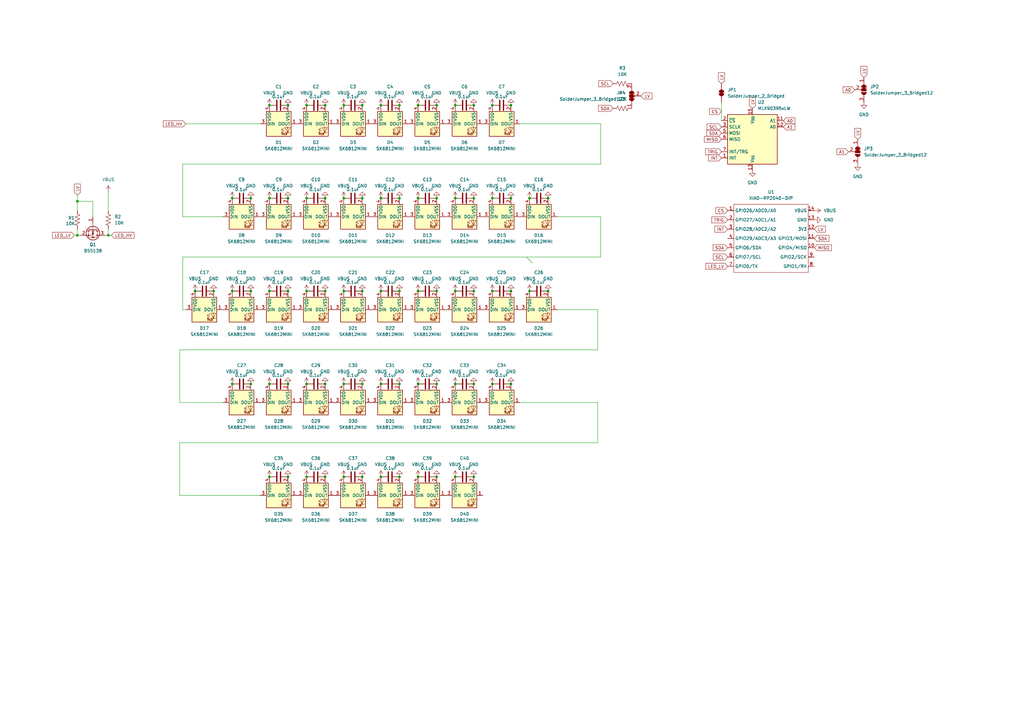
<source format=kicad_sch>
(kicad_sch (version 20250114) (generator "eeschema") (generator_version "9.0")
  (paper "A3")
  (junction (at 224.79 119.38))
  (junction (at 201.93 119.38))
  (junction (at 186.69 195.58))
  (junction (at 179.07 157.48))
  (junction (at 31.75 96.52))
  (junction (at 163.83 43.18))
  (junction (at 194.31 81.28))
  (junction (at 156.21 195.58))
  (junction (at 125.73 195.58))
  (junction (at 148.59 43.18))
  (junction (at 125.73 119.38))
  (junction (at 110.49 195.58))
  (junction (at 186.69 43.18))
  (junction (at 95.25 119.38))
  (junction (at 148.59 119.38))
  (junction (at 201.93 157.48))
  (junction (at 171.45 119.38))
  (junction (at 125.73 43.18))
  (junction (at 140.97 157.48))
  (junction (at 80.01 119.38))
  (junction (at 95.25 81.28))
  (junction (at 194.31 43.18))
  (junction (at 140.97 43.18))
  (junction (at 31.75 82.55))
  (junction (at 118.11 81.28))
  (junction (at 102.87 119.38))
  (junction (at 125.73 81.28))
  (junction (at 118.11 43.18))
  (junction (at 171.45 43.18))
  (junction (at 179.07 195.58))
  (junction (at 102.87 157.48))
  (junction (at 156.21 81.28))
  (junction (at 217.17 81.28))
  (junction (at 224.79 81.28))
  (junction (at 110.49 43.18))
  (junction (at 201.93 81.28))
  (junction (at 110.49 157.48))
  (junction (at 133.35 195.58))
  (junction (at 186.69 157.48))
  (junction (at 156.21 43.18))
  (junction (at 156.21 119.38))
  (junction (at 44.45 96.52))
  (junction (at 194.31 157.48))
  (junction (at 209.55 119.38))
  (junction (at 194.31 119.38))
  (junction (at 179.07 81.28))
  (junction (at 148.59 81.28))
  (junction (at 102.87 81.28))
  (junction (at 217.17 119.38))
  (junction (at 171.45 81.28))
  (junction (at 209.55 81.28))
  (junction (at 171.45 157.48))
  (junction (at 118.11 119.38))
  (junction (at 148.59 195.58))
  (junction (at 156.21 157.48))
  (junction (at 133.35 43.18))
  (junction (at 194.31 195.58))
  (junction (at 163.83 195.58))
  (junction (at 118.11 157.48))
  (junction (at 186.69 81.28))
  (junction (at 110.49 119.38))
  (junction (at 118.11 195.58))
  (junction (at 209.55 157.48))
  (junction (at 133.35 119.38))
  (junction (at 125.73 157.48))
  (junction (at 140.97 81.28))
  (junction (at 140.97 119.38))
  (junction (at 110.49 81.28))
  (junction (at 148.59 157.48))
  (junction (at 163.83 157.48))
  (junction (at 87.63 119.38))
  (junction (at 186.69 119.38))
  (junction (at 133.35 157.48))
  (junction (at 140.97 195.58))
  (junction (at 95.25 157.48))
  (junction (at 133.35 81.28))
  (junction (at 163.83 81.28))
  (junction (at 201.93 43.18))
  (junction (at 179.07 43.18))
  (junction (at 163.83 119.38))
  (junction (at 179.07 119.38))
  (junction (at 209.55 43.18))
  (junction (at 171.45 195.58))
  (bus_entry (at 215.9 105.41) (size 2.54 2.54))
  (wire (pts (xy 31.75 80.01) (xy 31.75 82.55)))
  (wire (pts (xy 245.11 143.51) (xy 73.66 143.51)))
  (wire (pts (xy 246.38 105.41) (xy 215.9 105.41)))
  (wire (pts (xy 245.11 165.1) (xy 245.11 181.61)))
  (wire (pts (xy 74.93 67.31) (xy 74.93 88.9)))
  (wire (pts (xy 73.66 165.1) (xy 91.44 165.1)))
  (wire (pts (xy 76.2 50.8) (xy 106.68 50.8)))
  (wire (pts (xy 295.91 41.91) (xy 295.91 49.53)))
  (wire (pts (xy 44.45 78.74) (xy 44.45 86.36)))
  (wire (pts (xy 44.45 93.98) (xy 44.45 96.52)))
  (wire (pts (xy 245.11 127) (xy 245.11 143.51)))
  (wire (pts (xy 74.93 105.41) (xy 74.93 127)))
  (wire (pts (xy 246.38 50.8) (xy 213.36 50.8)))
  (wire (pts (xy 45.72 96.52) (xy 44.45 96.52)))
  (wire (pts (xy 30.48 96.52) (xy 31.75 96.52)))
  (wire (pts (xy 38.1 82.55) (xy 31.75 82.55)))
  (wire (pts (xy 245.11 181.61) (xy 73.66 181.61)))
  (wire (pts (xy 73.66 143.51) (xy 73.66 165.1)))
  (wire (pts (xy 74.93 88.9) (xy 91.44 88.9)))
  (wire (pts (xy 74.93 127) (xy 76.2 127)))
  (wire (pts (xy 31.75 96.52) (xy 33.02 96.52)))
  (wire (pts (xy 31.75 93.98) (xy 31.75 96.52)))
  (wire (pts (xy 246.38 88.9) (xy 246.38 105.41)))
  (wire (pts (xy 38.1 88.9) (xy 38.1 82.55)))
  (wire (pts (xy 246.38 50.8) (xy 246.38 67.31)))
  (wire (pts (xy 73.66 181.61) (xy 73.66 203.2)))
  (wire (pts (xy 73.66 203.2) (xy 106.68 203.2)))
  (wire (pts (xy 31.75 82.55) (xy 31.75 86.36)))
  (wire (pts (xy 228.6 127) (xy 245.11 127)))
  (wire (pts (xy 44.45 96.52) (xy 43.18 96.52)))
  (wire (pts (xy 228.6 88.9) (xy 246.38 88.9)))
  (wire (pts (xy 215.9 105.41) (xy 74.93 105.41)))
  (wire (pts (xy 246.38 67.31) (xy 74.93 67.31)))
  (wire (pts (xy 213.36 165.1) (xy 245.11 165.1)))
  (global_label "SDA" (shape input) (at 251.46 44.45 180) (property "Intersheetrefs" "${INTERSHEET_REFS}" (effects (hide yes))))
  (global_label "SCL" (shape input) (at 298.45 105.41 180) (property "Intersheetrefs" "${INTERSHEET_REFS}" (effects (hide yes))))
  (global_label "SDA" (shape input) (at 298.45 101.6 180) (property "Intersheetrefs" "${INTERSHEET_REFS}" (effects (hide yes))))
  (global_label "A1" (shape input) (at 347.98 62.23 180) (property "Intersheetrefs" "${INTERSHEET_REFS}" (effects (hide yes))))
  (global_label "LV" (shape input) (at 351.79 57.15 90) (property "Intersheetrefs" "${INTERSHEET_REFS}" (effects (hide yes))))
  (global_label "INT" (shape input) (at 295.91 64.77 180) (property "Intersheetrefs" "${INTERSHEET_REFS}" (effects (hide yes))))
  (global_label "LED_HV" (shape input) (at 76.2 50.8 180) (property "Intersheetrefs" "${INTERSHEET_REFS}" (effects (hide yes))))
  (global_label "SDA" (shape input) (at 334.01 97.79 0) (property "Intersheetrefs" "${INTERSHEET_REFS}" (effects (hide yes))))
  (global_label "CS" (shape input) (at 295.91 45.72 180) (property "Intersheetrefs" "${INTERSHEET_REFS}" (effects (hide yes))))
  (global_label "LED_HV" (shape input) (at 45.72 96.52 0) (property "Intersheetrefs" "${INTERSHEET_REFS}" (effects (hide yes))))
  (global_label "CS" (shape input) (at 298.45 86.36 180) (property "Intersheetrefs" "${INTERSHEET_REFS}" (effects (hide yes))))
  (global_label "LV" (shape input) (at 262.89 39.37 0) (property "Intersheetrefs" "${INTERSHEET_REFS}" (effects (hide yes))))
  (global_label "LV" (shape input) (at 354.33 31.75 90) (property "Intersheetrefs" "${INTERSHEET_REFS}" (effects (hide yes))))
  (global_label "MISO" (shape input) (at 295.91 57.15 180) (property "Intersheetrefs" "${INTERSHEET_REFS}" (effects (hide yes))))
  (global_label "SCL" (shape input) (at 295.91 52.07 180) (property "Intersheetrefs" "${INTERSHEET_REFS}" (effects (hide yes))))
  (global_label "LED_LV" (shape input) (at 298.45 109.22 180) (property "Intersheetrefs" "${INTERSHEET_REFS}" (effects (hide yes))))
  (global_label "LV" (shape input) (at 334.01 93.98 0) (property "Intersheetrefs" "${INTERSHEET_REFS}" (effects (hide yes))))
  (global_label "TRIG" (shape input) (at 295.91 62.23 180) (property "Intersheetrefs" "${INTERSHEET_REFS}" (effects (hide yes))))
  (global_label "A1" (shape input) (at 321.31 52.07 0) (property "Intersheetrefs" "${INTERSHEET_REFS}" (effects (hide yes))))
  (global_label "A0" (shape input) (at 350.52 36.83 180) (property "Intersheetrefs" "${INTERSHEET_REFS}" (effects (hide yes))))
  (global_label "SCL" (shape input) (at 251.46 34.29 180) (property "Intersheetrefs" "${INTERSHEET_REFS}" (effects (hide yes))))
  (global_label "LED_LV" (shape input) (at 30.48 96.52 180) (property "Intersheetrefs" "${INTERSHEET_REFS}" (effects (hide yes))))
  (global_label "INT" (shape input) (at 298.45 93.98 180) (property "Intersheetrefs" "${INTERSHEET_REFS}" (effects (hide yes))))
  (global_label "LV" (shape input) (at 295.91 34.29 90) (property "Intersheetrefs" "${INTERSHEET_REFS}" (effects (hide yes))))
  (global_label "LV" (shape input) (at 31.75 80.01 90) (property "Intersheetrefs" "${INTERSHEET_REFS}" (effects (hide yes))))
  (global_label "TRIG" (shape input) (at 298.45 90.17 180) (property "Intersheetrefs" "${INTERSHEET_REFS}" (effects (hide yes))))
  (global_label "MISO" (shape input) (at 334.01 101.6 0) (property "Intersheetrefs" "${INTERSHEET_REFS}" (effects (hide yes))))
  (global_label "LV" (shape input) (at 308.61 44.45 90) (property "Intersheetrefs" "${INTERSHEET_REFS}" (effects (hide yes))))
  (global_label "SDA" (shape input) (at 295.91 54.61 180) (property "Intersheetrefs" "${INTERSHEET_REFS}" (effects (hide yes))))
  (global_label "A0" (shape input) (at 321.31 49.53 0) (property "Intersheetrefs" "${INTERSHEET_REFS}" (effects (hide yes))))
  (symbol (lib_id "power:VBUS") (at 95.25 157.48 0) (unit 1)
    (property "Reference" "#PWR061" (effects (hide yes)))
    (property "Value" "VBUS" (at 95.25 152.4 0))
    (property "Description" "Power symbol creates a global label with name \"VBUS\"" (effects (hide yes)))
  )
  (symbol (lib_id "LED:SK6812MINI") (at 160.02 165.1 0) (unit 1)
    (property "Reference" "D31" (at 160.02 172.72 0))
    (property "Value" "SK6812MINI" (at 160.02 175.26 0))
    (property "Footprint" "footprints:SK6812MINI-E" (effects (hide yes)))
    (property "Datasheet" "https://cdn-shop.adafruit.com/product-files/2686/SK6812MINI_REV.01-1-2.pdf" (effects (hide yes)))
    (property "Description" "RGB LED with integrated controller" (effects (hide yes)))
  )
  (symbol (lib_id "Device:C") (at 175.26 157.48 90) (unit 1)
    (property "Reference" "C32" (at 175.26 149.86 90))
    (property "Value" "0.1uF" (at 175.26 153.924 90))
    (property "Footprint" "Capacitor_SMD:C_0805_2012Metric_Pad1.18x1.45mm_HandSolder" (effects (hide yes)))
    (property "Description" "Unpolarized capacitor" (effects (hide yes)))
  )
  (symbol (lib_id "power:VBUS") (at 110.49 43.18 0) (unit 1)
    (property "Reference" "#PWR01" (effects (hide yes)))
    (property "Value" "VBUS" (at 110.49 38.1 0))
    (property "Description" "Power symbol creates a global label with name \"VBUS\"" (effects (hide yes)))
  )
  (symbol (lib_id "power:VBUS") (at 217.17 81.28 0) (unit 1)
    (property "Reference" "#PWR032" (effects (hide yes)))
    (property "Value" "VBUS" (at 217.17 76.2 0))
    (property "Description" "Power symbol creates a global label with name \"VBUS\"" (effects (hide yes)))
  )
  (symbol (lib_id "LED:SK6812MINI") (at 175.26 165.1 0) (unit 1)
    (property "Reference" "D32" (at 175.26 172.72 0))
    (property "Value" "SK6812MINI" (at 175.26 175.26 0))
    (property "Footprint" "footprints:SK6812MINI-E" (effects (hide yes)))
    (property "Datasheet" "https://cdn-shop.adafruit.com/product-files/2686/SK6812MINI_REV.01-1-2.pdf" (effects (hide yes)))
    (property "Description" "RGB LED with integrated controller" (effects (hide yes)))
  )
  (symbol (lib_id "power:GND") (at 133.35 81.28 180) (unit 1)
    (property "Reference" "#PWR021" (effects (hide yes)))
    (property "Value" "GND" (at 133.35 76.2 0))
    (property "Description" "Power symbol creates a global label with name \"GND\" , ground" (effects (hide yes)))
  )
  (symbol (lib_id "power:VBUS") (at 125.73 195.58 0) (unit 1)
    (property "Reference" "#PWR081" (effects (hide yes)))
    (property "Value" "VBUS" (at 125.73 190.5 0))
    (property "Description" "Power symbol creates a global label with name \"VBUS\"" (effects (hide yes)))
  )
  (symbol (lib_id "power:VBUS") (at 201.93 157.48 0) (unit 1)
    (property "Reference" "#PWR075" (effects (hide yes)))
    (property "Value" "VBUS" (at 201.93 152.4 0))
    (property "Description" "Power symbol creates a global label with name \"VBUS\"" (effects (hide yes)))
  )
  (symbol (lib_id "Device:R_US") (at 255.27 34.29 90) (unit 1)
    (property "Reference" "R3" (at 255.27 27.94 90))
    (property "Value" "10K" (at 255.27 30.48 90))
    (property "Footprint" "Resistor_SMD:R_0603_1608Metric_Pad0.98x0.95mm_HandSolder" (effects (hide yes)))
    (property "Description" "Resistor, US symbol" (effects (hide yes)))
  )
  (symbol (lib_id "Device:C") (at 220.98 81.28 90) (unit 1)
    (property "Reference" "C16" (at 220.98 73.66 90))
    (property "Value" "0.1uF" (at 220.98 77.724 90))
    (property "Footprint" "Capacitor_SMD:C_0805_2012Metric_Pad1.18x1.45mm_HandSolder" (effects (hide yes)))
    (property "Description" "Unpolarized capacitor" (effects (hide yes)))
  )
  (symbol (lib_id "Device:C") (at 114.3 157.48 90) (unit 1)
    (property "Reference" "C28" (at 114.3 149.86 90))
    (property "Value" "0.1uF" (at 114.3 153.924 90))
    (property "Footprint" "Capacitor_SMD:C_0805_2012Metric_Pad1.18x1.45mm_HandSolder" (effects (hide yes)))
    (property "Description" "Unpolarized capacitor" (effects (hide yes)))
  )
  (symbol (lib_id "LED:SK6812MINI") (at 160.02 50.8 0) (unit 1)
    (property "Reference" "D4" (at 160.02 58.42 0))
    (property "Value" "SK6812MINI" (at 160.02 60.96 0))
    (property "Footprint" "footprints:SK6812MINI-E" (effects (hide yes)))
    (property "Datasheet" "https://cdn-shop.adafruit.com/product-files/2686/SK6812MINI_REV.01-1-2.pdf" (effects (hide yes)))
    (property "Description" "RGB LED with integrated controller" (effects (hide yes)))
  )
  (symbol (lib_id "Device:C") (at 175.26 195.58 90) (unit 1)
    (property "Reference" "C39" (at 175.26 187.96 90))
    (property "Value" "0.1uF" (at 175.26 192.024 90))
    (property "Footprint" "Capacitor_SMD:C_0805_2012Metric_Pad1.18x1.45mm_HandSolder" (effects (hide yes)))
    (property "Description" "Unpolarized capacitor" (effects (hide yes)))
  )
  (symbol (lib_id "power:VBUS") (at 171.45 195.58 0) (unit 1)
    (property "Reference" "#PWR087" (effects (hide yes)))
    (property "Value" "VBUS" (at 171.45 190.5 0))
    (property "Description" "Power symbol creates a global label with name \"VBUS\"" (effects (hide yes)))
  )
  (symbol (lib_id "power:GND") (at 209.55 43.18 180) (unit 1)
    (property "Reference" "#PWR014" (effects (hide yes)))
    (property "Value" "GND" (at 209.55 38.1 0))
    (property "Description" "Power symbol creates a global label with name \"GND\" , ground" (effects (hide yes)))
  )
  (symbol (lib_id "Device:C") (at 190.5 157.48 90) (unit 1)
    (property "Reference" "C33" (at 190.5 149.86 90))
    (property "Value" "0.1uF" (at 190.5 153.924 90))
    (property "Footprint" "Capacitor_SMD:C_0805_2012Metric_Pad1.18x1.45mm_HandSolder" (effects (hide yes)))
    (property "Description" "Unpolarized capacitor" (effects (hide yes)))
  )
  (symbol (lib_id "Device:C") (at 144.78 157.48 90) (unit 1)
    (property "Reference" "C30" (at 144.78 149.86 90))
    (property "Value" "0.1uF" (at 144.78 153.924 90))
    (property "Footprint" "Capacitor_SMD:C_0805_2012Metric_Pad1.18x1.45mm_HandSolder" (effects (hide yes)))
    (property "Description" "Unpolarized capacitor" (effects (hide yes)))
  )
  (symbol (lib_id "power:VBUS") (at 156.21 195.58 0) (unit 1)
    (property "Reference" "#PWR085" (effects (hide yes)))
    (property "Value" "VBUS" (at 156.21 190.5 0))
    (property "Description" "Power symbol creates a global label with name \"VBUS\"" (effects (hide yes)))
  )
  (symbol (lib_id "power:VBUS") (at 171.45 157.48 0) (unit 1)
    (property "Reference" "#PWR071" (effects (hide yes)))
    (property "Value" "VBUS" (at 171.45 152.4 0))
    (property "Description" "Power symbol creates a global label with name \"VBUS\"" (effects (hide yes)))
  )
  (symbol (lib_id "Device:C") (at 144.78 81.28 90) (unit 1)
    (property "Reference" "C11" (at 144.78 73.66 90))
    (property "Value" "0.1uF" (at 144.78 77.724 90))
    (property "Footprint" "Capacitor_SMD:C_0805_2012Metric_Pad1.18x1.45mm_HandSolder" (effects (hide yes)))
    (property "Description" "Unpolarized capacitor" (effects (hide yes)))
  )
  (symbol (lib_id "Transistor_FET:BSS138") (at 38.1 93.98 270) (unit 1)
    (property "Reference" "Q1" (at 38.1 100.33 90))
    (property "Value" "BSS138" (at 38.1 102.87 90))
    (property "Footprint" "Package_TO_SOT_SMD:SOT-23" (effects (hide yes)))
    (property "Datasheet" "https://www.onsemi.com/pub/Collateral/BSS138-D.PDF" (effects (hide yes)))
    (property "Description" "50V Vds, 0.22A Id, N-Channel MOSFET, SOT-23" (effects (hide yes)))
  )
  (symbol (lib_id "LED:SK6812MINI") (at 220.98 127 0) (unit 1)
    (property "Reference" "D26" (at 220.98 134.62 0))
    (property "Value" "SK6812MINI" (at 220.98 137.16 0))
    (property "Footprint" "footprints:SK6812MINI-E" (effects (hide yes)))
    (property "Datasheet" "https://cdn-shop.adafruit.com/product-files/2686/SK6812MINI_REV.01-1-2.pdf" (effects (hide yes)))
    (property "Description" "RGB LED with integrated controller" (effects (hide yes)))
  )
  (symbol (lib_id "power:GND") (at 118.11 157.48 180) (unit 1)
    (property "Reference" "#PWR064" (effects (hide yes)))
    (property "Value" "GND" (at 118.11 152.4 0))
    (property "Description" "Power symbol creates a global label with name \"GND\" , ground" (effects (hide yes)))
  )
  (symbol (lib_id "Device:C") (at 129.54 81.28 90) (unit 1)
    (property "Reference" "C10" (at 129.54 73.66 90))
    (property "Value" "0.1uF" (at 129.54 77.724 90))
    (property "Footprint" "Capacitor_SMD:C_0805_2012Metric_Pad1.18x1.45mm_HandSolder" (effects (hide yes)))
    (property "Description" "Unpolarized capacitor" (effects (hide yes)))
  )
  (symbol (lib_id "power:GND") (at 209.55 157.48 180) (unit 1)
    (property "Reference" "#PWR076" (effects (hide yes)))
    (property "Value" "GND" (at 209.55 152.4 0))
    (property "Description" "Power symbol creates a global label with name \"GND\" , ground" (effects (hide yes)))
  )
  (symbol (lib_id "power:GND") (at 194.31 119.38 180) (unit 1)
    (property "Reference" "#PWR049" (effects (hide yes)))
    (property "Value" "GND" (at 194.31 114.3 0))
    (property "Description" "Power symbol creates a global label with name \"GND\" , ground" (effects (hide yes)))
  )
  (symbol (lib_id "Device:C") (at 160.02 195.58 90) (unit 1)
    (property "Reference" "C38" (at 160.02 187.96 90))
    (property "Value" "0.1uF" (at 160.02 192.024 90))
    (property "Footprint" "Capacitor_SMD:C_0805_2012Metric_Pad1.18x1.45mm_HandSolder" (effects (hide yes)))
    (property "Description" "Unpolarized capacitor" (effects (hide yes)))
  )
  (symbol (lib_id "power:GND") (at 148.59 157.48 180) (unit 1)
    (property "Reference" "#PWR068" (effects (hide yes)))
    (property "Value" "GND" (at 148.59 152.4 0))
    (property "Description" "Power symbol creates a global label with name \"GND\" , ground" (effects (hide yes)))
  )
  (symbol (lib_id "LED:SK6812MINI") (at 129.54 50.8 0) (unit 1)
    (property "Reference" "D2" (at 129.54 58.42 0))
    (property "Value" "SK6812MINI" (at 129.54 60.96 0))
    (property "Footprint" "footprints:SK6812MINI-E" (effects (hide yes)))
    (property "Datasheet" "https://cdn-shop.adafruit.com/product-files/2686/SK6812MINI_REV.01-1-2.pdf" (effects (hide yes)))
    (property "Description" "RGB LED with integrated controller" (effects (hide yes)))
  )
  (symbol (lib_id "power:VBUS") (at 140.97 157.48 0) (unit 1)
    (property "Reference" "#PWR067" (effects (hide yes)))
    (property "Value" "VBUS" (at 140.97 152.4 0))
    (property "Description" "Power symbol creates a global label with name \"VBUS\"" (effects (hide yes)))
  )
  (symbol (lib_id "power:GND") (at 179.07 81.28 180) (unit 1)
    (property "Reference" "#PWR027" (effects (hide yes)))
    (property "Value" "GND" (at 179.07 76.2 0))
    (property "Description" "Power symbol creates a global label with name \"GND\" , ground" (effects (hide yes)))
  )
  (symbol (lib_id "LED:SK6812MINI") (at 99.06 165.1 0) (unit 1)
    (property "Reference" "D27" (at 99.06 172.72 0))
    (property "Value" "SK6812MINI" (at 99.06 175.26 0))
    (property "Footprint" "footprints:SK6812MINI-E" (effects (hide yes)))
    (property "Datasheet" "https://cdn-shop.adafruit.com/product-files/2686/SK6812MINI_REV.01-1-2.pdf" (effects (hide yes)))
    (property "Description" "RGB LED with integrated controller" (effects (hide yes)))
  )
  (symbol (lib_id "power:GND") (at 163.83 195.58 180) (unit 1)
    (property "Reference" "#PWR086" (effects (hide yes)))
    (property "Value" "GND" (at 163.83 190.5 0))
    (property "Description" "Power symbol creates a global label with name \"GND\" , ground" (effects (hide yes)))
  )
  (symbol (lib_id "Device:C") (at 190.5 81.28 90) (unit 1)
    (property "Reference" "C14" (at 190.5 73.66 90))
    (property "Value" "0.1uF" (at 190.5 77.724 90))
    (property "Footprint" "Capacitor_SMD:C_0805_2012Metric_Pad1.18x1.45mm_HandSolder" (effects (hide yes)))
    (property "Description" "Unpolarized capacitor" (effects (hide yes)))
  )
  (symbol (lib_id "power:VBUS") (at 110.49 157.48 0) (unit 1)
    (property "Reference" "#PWR063" (effects (hide yes)))
    (property "Value" "VBUS" (at 110.49 152.4 0))
    (property "Description" "Power symbol creates a global label with name \"VBUS\"" (effects (hide yes)))
  )
  (symbol (lib_id "power:VBUS") (at 334.01 86.36 270) (unit 1)
    (property "Reference" "#PWR054" (effects (hide yes)))
    (property "Value" "VBUS" (at 337.82 86.3599 90) (effects (justify left)))
    (property "Description" "Power symbol creates a global label with name \"VBUS\"" (effects (hide yes)))
  )
  (symbol (lib_id "power:VBUS") (at 110.49 195.58 0) (unit 1)
    (property "Reference" "#PWR079" (effects (hide yes)))
    (property "Value" "VBUS" (at 110.49 190.5 0))
    (property "Description" "Power symbol creates a global label with name \"VBUS\"" (effects (hide yes)))
  )
  (symbol (lib_id "Seeed_Studio_XIAO_Series:XIAO-RP2040-DIP") (at 302.26 81.28 0) (unit 1)
    (property "Reference" "U1" (at 316.23 78.74 0))
    (property "Value" "XIAO-RP2040-DIP" (at 316.23 81.28 0))
    (property "Footprint" "Seeed Studio XIAO Series Library:XIAO-RP2040-DIP" (effects (hide yes)))
  )
  (symbol (lib_id "power:GND") (at 194.31 195.58 180) (unit 1)
    (property "Reference" "#PWR090" (effects (hide yes)))
    (property "Value" "GND" (at 194.31 190.5 0))
    (property "Description" "Power symbol creates a global label with name \"GND\" , ground" (effects (hide yes)))
  )
  (symbol (lib_id "power:VBUS") (at 110.49 119.38 0) (unit 1)
    (property "Reference" "#PWR038" (effects (hide yes)))
    (property "Value" "VBUS" (at 110.49 114.3 0))
    (property "Description" "Power symbol creates a global label with name \"VBUS\"" (effects (hide yes)))
  )
  (symbol (lib_id "LED:SK6812MINI") (at 160.02 203.2 0) (unit 1)
    (property "Reference" "D38" (at 160.02 210.82 0))
    (property "Value" "SK6812MINI" (at 160.02 213.36 0))
    (property "Footprint" "footprints:SK6812MINI-E" (effects (hide yes)))
    (property "Datasheet" "https://cdn-shop.adafruit.com/product-files/2686/SK6812MINI_REV.01-1-2.pdf" (effects (hide yes)))
    (property "Description" "RGB LED with integrated controller" (effects (hide yes)))
  )
  (symbol (lib_id "LED:SK6812MINI") (at 160.02 88.9 0) (unit 1)
    (property "Reference" "D12" (at 160.02 96.52 0))
    (property "Value" "SK6812MINI" (at 160.02 99.06 0))
    (property "Footprint" "footprints:SK6812MINI-E" (effects (hide yes)))
    (property "Datasheet" "https://cdn-shop.adafruit.com/product-files/2686/SK6812MINI_REV.01-1-2.pdf" (effects (hide yes)))
    (property "Description" "RGB LED with integrated controller" (effects (hide yes)))
  )
  (symbol (lib_id "Device:C") (at 160.02 119.38 90) (unit 1)
    (property "Reference" "C22" (at 160.02 111.76 90))
    (property "Value" "0.1uF" (at 160.02 115.824 90))
    (property "Footprint" "Capacitor_SMD:C_0805_2012Metric_Pad1.18x1.45mm_HandSolder" (effects (hide yes)))
    (property "Description" "Unpolarized capacitor" (effects (hide yes)))
  )
  (symbol (lib_id "LED:SK6812MINI") (at 144.78 88.9 0) (unit 1)
    (property "Reference" "D11" (at 144.78 96.52 0))
    (property "Value" "SK6812MINI" (at 144.78 99.06 0))
    (property "Footprint" "footprints:SK6812MINI-E" (effects (hide yes)))
    (property "Datasheet" "https://cdn-shop.adafruit.com/product-files/2686/SK6812MINI_REV.01-1-2.pdf" (effects (hide yes)))
    (property "Description" "RGB LED with integrated controller" (effects (hide yes)))
  )
  (symbol (lib_id "LED:SK6812MINI") (at 129.54 88.9 0) (unit 1)
    (property "Reference" "D10" (at 129.54 96.52 0))
    (property "Value" "SK6812MINI" (at 129.54 99.06 0))
    (property "Footprint" "footprints:SK6812MINI-E" (effects (hide yes)))
    (property "Datasheet" "https://cdn-shop.adafruit.com/product-files/2686/SK6812MINI_REV.01-1-2.pdf" (effects (hide yes)))
    (property "Description" "RGB LED with integrated controller" (effects (hide yes)))
  )
  (symbol (lib_id "LED:SK6812MINI") (at 190.5 127 0) (unit 1)
    (property "Reference" "D24" (at 190.5 134.62 0))
    (property "Value" "SK6812MINI" (at 190.5 137.16 0))
    (property "Footprint" "footprints:SK6812MINI-E" (effects (hide yes)))
    (property "Datasheet" "https://cdn-shop.adafruit.com/product-files/2686/SK6812MINI_REV.01-1-2.pdf" (effects (hide yes)))
    (property "Description" "RGB LED with integrated controller" (effects (hide yes)))
  )
  (symbol (lib_id "power:GND") (at 163.83 157.48 180) (unit 1)
    (property "Reference" "#PWR070" (effects (hide yes)))
    (property "Value" "GND" (at 163.83 152.4 0))
    (property "Description" "Power symbol creates a global label with name \"GND\" , ground" (effects (hide yes)))
  )
  (symbol (lib_id "power:VBUS") (at 156.21 119.38 0) (unit 1)
    (property "Reference" "#PWR044" (effects (hide yes)))
    (property "Value" "VBUS" (at 156.21 114.3 0))
    (property "Description" "Power symbol creates a global label with name \"VBUS\"" (effects (hide yes)))
  )
  (symbol (lib_id "Device:C") (at 114.3 195.58 90) (unit 1)
    (property "Reference" "C35" (at 114.3 187.96 90))
    (property "Value" "0.1uF" (at 114.3 192.024 90))
    (property "Footprint" "Capacitor_SMD:C_0805_2012Metric_Pad1.18x1.45mm_HandSolder" (effects (hide yes)))
    (property "Description" "Unpolarized capacitor" (effects (hide yes)))
  )
  (symbol (lib_id "Device:C") (at 190.5 119.38 90) (unit 1)
    (property "Reference" "C24" (at 190.5 111.76 90))
    (property "Value" "0.1uF" (at 190.5 115.824 90))
    (property "Footprint" "Capacitor_SMD:C_0805_2012Metric_Pad1.18x1.45mm_HandSolder" (effects (hide yes)))
    (property "Description" "Unpolarized capacitor" (effects (hide yes)))
  )
  (symbol (lib_id "LED:SK6812MINI") (at 190.5 50.8 0) (unit 1)
    (property "Reference" "D6" (at 190.5 58.42 0))
    (property "Value" "SK6812MINI" (at 190.5 60.96 0))
    (property "Footprint" "footprints:SK6812MINI-E" (effects (hide yes)))
    (property "Datasheet" "https://cdn-shop.adafruit.com/product-files/2686/SK6812MINI_REV.01-1-2.pdf" (effects (hide yes)))
    (property "Description" "RGB LED with integrated controller" (effects (hide yes)))
  )
  (symbol (lib_id "Device:C") (at 190.5 195.58 90) (unit 1)
    (property "Reference" "C40" (at 190.5 187.96 90))
    (property "Value" "0.1uF" (at 190.5 192.024 90))
    (property "Footprint" "Capacitor_SMD:C_0805_2012Metric_Pad1.18x1.45mm_HandSolder" (effects (hide yes)))
    (property "Description" "Unpolarized capacitor" (effects (hide yes)))
  )
  (symbol (lib_id "power:GND") (at 118.11 195.58 180) (unit 1)
    (property "Reference" "#PWR080" (effects (hide yes)))
    (property "Value" "GND" (at 118.11 190.5 0))
    (property "Description" "Power symbol creates a global label with name \"GND\" , ground" (effects (hide yes)))
  )
  (symbol (lib_id "Device:C") (at 129.54 157.48 90) (unit 1)
    (property "Reference" "C29" (at 129.54 149.86 90))
    (property "Value" "0.1uF" (at 129.54 153.924 90))
    (property "Footprint" "Capacitor_SMD:C_0805_2012Metric_Pad1.18x1.45mm_HandSolder" (effects (hide yes)))
    (property "Description" "Unpolarized capacitor" (effects (hide yes)))
  )
  (symbol (lib_id "power:GND") (at 163.83 81.28 180) (unit 1)
    (property "Reference" "#PWR025" (effects (hide yes)))
    (property "Value" "GND" (at 163.83 76.2 0))
    (property "Description" "Power symbol creates a global label with name \"GND\" , ground" (effects (hide yes)))
  )
  (symbol (lib_id "power:VBUS") (at 186.69 157.48 0) (unit 1)
    (property "Reference" "#PWR073" (effects (hide yes)))
    (property "Value" "VBUS" (at 186.69 152.4 0))
    (property "Description" "Power symbol creates a global label with name \"VBUS\"" (effects (hide yes)))
  )
  (symbol (lib_id "LED:SK6812MINI") (at 129.54 127 0) (unit 1)
    (property "Reference" "D20" (at 129.54 134.62 0))
    (property "Value" "SK6812MINI" (at 129.54 137.16 0))
    (property "Footprint" "footprints:SK6812MINI-E" (effects (hide yes)))
    (property "Datasheet" "https://cdn-shop.adafruit.com/product-files/2686/SK6812MINI_REV.01-1-2.pdf" (effects (hide yes)))
    (property "Description" "RGB LED with integrated controller" (effects (hide yes)))
  )
  (symbol (lib_id "power:GND") (at 163.83 119.38 180) (unit 1)
    (property "Reference" "#PWR045" (effects (hide yes)))
    (property "Value" "GND" (at 163.83 114.3 0))
    (property "Description" "Power symbol creates a global label with name \"GND\" , ground" (effects (hide yes)))
  )
  (symbol (lib_id "power:VBUS") (at 80.01 119.38 0) (unit 1)
    (property "Reference" "#PWR034" (effects (hide yes)))
    (property "Value" "VBUS" (at 80.01 114.3 0))
    (property "Description" "Power symbol creates a global label with name \"VBUS\"" (effects (hide yes)))
  )
  (symbol (lib_id "power:GND") (at 118.11 119.38 180) (unit 1)
    (property "Reference" "#PWR039" (effects (hide yes)))
    (property "Value" "GND" (at 118.11 114.3 0))
    (property "Description" "Power symbol creates a global label with name \"GND\" , ground" (effects (hide yes)))
  )
  (symbol (lib_id "power:GND") (at 163.83 43.18 180) (unit 1)
    (property "Reference" "#PWR08" (effects (hide yes)))
    (property "Value" "GND" (at 163.83 38.1 0))
    (property "Description" "Power symbol creates a global label with name \"GND\" , ground" (effects (hide yes)))
  )
  (symbol (lib_id "LED:SK6812MINI") (at 114.3 88.9 0) (unit 1)
    (property "Reference" "D9" (at 114.3 96.52 0))
    (property "Value" "SK6812MINI" (at 114.3 99.06 0))
    (property "Footprint" "footprints:SK6812MINI-E" (effects (hide yes)))
    (property "Datasheet" "https://cdn-shop.adafruit.com/product-files/2686/SK6812MINI_REV.01-1-2.pdf" (effects (hide yes)))
    (property "Description" "RGB LED with integrated controller" (effects (hide yes)))
  )
  (symbol (lib_id "Device:C") (at 99.06 81.28 90) (unit 1)
    (property "Reference" "C8" (at 99.06 73.66 90))
    (property "Value" "0.1uF" (at 99.06 77.724 90))
    (property "Footprint" "Capacitor_SMD:C_0805_2012Metric_Pad1.18x1.45mm_HandSolder" (effects (hide yes)))
    (property "Description" "Unpolarized capacitor" (effects (hide yes)))
  )
  (symbol (lib_id "Jumper:SolderJumper_3_Bridged12") (at 354.33 36.83 270) (unit 1) (in_bom no)
    (property "Reference" "JP2" (at 356.87 35.5599 90) (effects (justify left)))
    (property "Value" "SolderJumper_3_Bridged12" (at 356.87 38.0999 90) (effects (justify left)))
    (property "Footprint" "Jumper:SolderJumper-3_P1.3mm_Bridged12_RoundedPad1.0x1.5mm" (effects (hide yes)))
    (property "Description" "3-pole Solder Jumper, pins 1+2 closed/bridged" (effects (hide yes)))
  )
  (symbol (lib_id "power:GND") (at 133.35 119.38 180) (unit 1)
    (property "Reference" "#PWR041" (effects (hide yes)))
    (property "Value" "GND" (at 133.35 114.3 0))
    (property "Description" "Power symbol creates a global label with name \"GND\" , ground" (effects (hide yes)))
  )
  (symbol (lib_id "Device:C") (at 114.3 81.28 90) (unit 1)
    (property "Reference" "C9" (at 114.3 73.66 90))
    (property "Value" "0.1uF" (at 114.3 77.724 90))
    (property "Footprint" "Capacitor_SMD:C_0805_2012Metric_Pad1.18x1.45mm_HandSolder" (effects (hide yes)))
    (property "Description" "Unpolarized capacitor" (effects (hide yes)))
  )
  (symbol (lib_id "power:GND") (at 179.07 195.58 180) (unit 1)
    (property "Reference" "#PWR088" (effects (hide yes)))
    (property "Value" "GND" (at 179.07 190.5 0))
    (property "Description" "Power symbol creates a global label with name \"GND\" , ground" (effects (hide yes)))
  )
  (symbol (lib_id "Device:C") (at 129.54 195.58 90) (unit 1)
    (property "Reference" "C36" (at 129.54 187.96 90))
    (property "Value" "0.1uF" (at 129.54 192.024 90))
    (property "Footprint" "Capacitor_SMD:C_0805_2012Metric_Pad1.18x1.45mm_HandSolder" (effects (hide yes)))
    (property "Description" "Unpolarized capacitor" (effects (hide yes)))
  )
  (symbol (lib_id "power:VBUS") (at 125.73 81.28 0) (unit 1)
    (property "Reference" "#PWR020" (effects (hide yes)))
    (property "Value" "VBUS" (at 125.73 76.2 0))
    (property "Description" "Power symbol creates a global label with name \"VBUS\"" (effects (hide yes)))
  )
  (symbol (lib_id "Jumper:SolderJumper_3_Bridged12") (at 351.79 62.23 270) (unit 1) (in_bom no)
    (property "Reference" "JP3" (at 354.33 60.9599 90) (effects (justify left)))
    (property "Value" "SolderJumper_3_Bridged12" (at 354.33 63.4999 90) (effects (justify left)))
    (property "Footprint" "Jumper:SolderJumper-3_P1.3mm_Bridged12_RoundedPad1.0x1.5mm" (effects (hide yes)))
    (property "Description" "3-pole Solder Jumper, pins 1+2 closed/bridged" (effects (hide yes)))
  )
  (symbol (lib_id "Device:C") (at 129.54 43.18 90) (unit 1)
    (property "Reference" "C2" (at 129.54 35.56 90))
    (property "Value" "0.1uF" (at 129.54 39.624 90))
    (property "Footprint" "Capacitor_SMD:C_0805_2012Metric_Pad1.18x1.45mm_HandSolder" (effects (hide yes)))
    (property "Description" "Unpolarized capacitor" (effects (hide yes)))
  )
  (symbol (lib_id "Sensor_Magnetic:MLX90395xLW") (at 308.61 57.15 0) (unit 1)
    (property "Reference" "U2" (at 310.7533 41.91 0) (effects (justify left)))
    (property "Value" "MLX90395xLW" (at 310.7533 44.45 0) (effects (justify left)))
    (property "Footprint" "Package_DFN_QFN:QFN-16-1EP_3x3mm_P0.5mm_EP1.675x1.675mm" (effects (hide yes)))
    (property "Datasheet" "https://www.melexis.com/en/documents/documentation/datasheets/datasheet-mlx90395" (effects (hide yes)))
    (property "Description" "3-axis Magnetometer Node, SPI / I2C interface, VQFN-16" (effects (hide yes)))
  )
  (symbol (lib_id "Device:C") (at 114.3 43.18 90) (unit 1)
    (property "Reference" "C1" (at 114.3 35.56 90))
    (property "Value" "0.1uF" (at 114.3 39.624 90))
    (property "Footprint" "Capacitor_SMD:C_0805_2012Metric_Pad1.18x1.45mm_HandSolder" (effects (hide yes)))
    (property "Description" "Unpolarized capacitor" (effects (hide yes)))
  )
  (symbol (lib_id "Device:C") (at 129.54 119.38 90) (unit 1)
    (property "Reference" "C20" (at 129.54 111.76 90))
    (property "Value" "0.1uF" (at 129.54 115.824 90))
    (property "Footprint" "Capacitor_SMD:C_0805_2012Metric_Pad1.18x1.45mm_HandSolder" (effects (hide yes)))
    (property "Description" "Unpolarized capacitor" (effects (hide yes)))
  )
  (symbol (lib_id "Device:C") (at 205.74 157.48 90) (unit 1)
    (property "Reference" "C34" (at 205.74 149.86 90))
    (property "Value" "0.1uF" (at 205.74 153.924 90))
    (property "Footprint" "Capacitor_SMD:C_0805_2012Metric_Pad1.18x1.45mm_HandSolder" (effects (hide yes)))
    (property "Description" "Unpolarized capacitor" (effects (hide yes)))
  )
  (symbol (lib_id "power:GND") (at 148.59 81.28 180) (unit 1)
    (property "Reference" "#PWR023" (effects (hide yes)))
    (property "Value" "GND" (at 148.59 76.2 0))
    (property "Description" "Power symbol creates a global label with name \"GND\" , ground" (effects (hide yes)))
  )
  (symbol (lib_id "power:VBUS") (at 156.21 157.48 0) (unit 1)
    (property "Reference" "#PWR069" (effects (hide yes)))
    (property "Value" "VBUS" (at 156.21 152.4 0))
    (property "Description" "Power symbol creates a global label with name \"VBUS\"" (effects (hide yes)))
  )
  (symbol (lib_id "power:VBUS") (at 140.97 43.18 0) (unit 1)
    (property "Reference" "#PWR05" (effects (hide yes)))
    (property "Value" "VBUS" (at 140.97 38.1 0))
    (property "Description" "Power symbol creates a global label with name \"VBUS\"" (effects (hide yes)))
  )
  (symbol (lib_id "power:VBUS") (at 186.69 119.38 0) (unit 1)
    (property "Reference" "#PWR048" (effects (hide yes)))
    (property "Value" "VBUS" (at 186.69 114.3 0))
    (property "Description" "Power symbol creates a global label with name \"VBUS\"" (effects (hide yes)))
  )
  (symbol (lib_id "Device:C") (at 190.5 43.18 90) (unit 1)
    (property "Reference" "C6" (at 190.5 35.56 90))
    (property "Value" "0.1uF" (at 190.5 39.624 90))
    (property "Footprint" "Capacitor_SMD:C_0805_2012Metric_Pad1.18x1.45mm_HandSolder" (effects (hide yes)))
    (property "Description" "Unpolarized capacitor" (effects (hide yes)))
  )
  (symbol (lib_id "Device:C") (at 114.3 119.38 90) (unit 1)
    (property "Reference" "C19" (at 114.3 111.76 90))
    (property "Value" "0.1uF" (at 114.3 115.824 90))
    (property "Footprint" "Capacitor_SMD:C_0805_2012Metric_Pad1.18x1.45mm_HandSolder" (effects (hide yes)))
    (property "Description" "Unpolarized capacitor" (effects (hide yes)))
  )
  (symbol (lib_id "Jumper:SolderJumper_2_Bridged") (at 295.91 38.1 90) (unit 1) (in_bom no)
    (property "Reference" "JP1" (at 298.45 36.8299 90) (effects (justify right)))
    (property "Value" "SolderJumper_2_Bridged" (at 298.45 39.3699 90) (effects (justify right)))
    (property "Footprint" "Jumper:SolderJumper-2_P1.3mm_Bridged_RoundedPad1.0x1.5mm" (effects (hide yes)))
    (property "Description" "Solder Jumper, 2-pole, closed/bridged" (effects (hide yes)))
  )
  (symbol (lib_id "power:VBUS") (at 156.21 81.28 0) (unit 1)
    (property "Reference" "#PWR024" (effects (hide yes)))
    (property "Value" "VBUS" (at 156.21 76.2 0))
    (property "Description" "Power symbol creates a global label with name \"VBUS\"" (effects (hide yes)))
  )
  (symbol (lib_id "Device:C") (at 83.82 119.38 90) (unit 1)
    (property "Reference" "C17" (at 83.82 111.76 90))
    (property "Value" "0.1uF" (at 83.82 115.824 90))
    (property "Footprint" "Capacitor_SMD:C_0805_2012Metric_Pad1.18x1.45mm_HandSolder" (effects (hide yes)))
    (property "Description" "Unpolarized capacitor" (effects (hide yes)))
  )
  (symbol (lib_id "LED:SK6812MINI") (at 205.74 127 0) (unit 1)
    (property "Reference" "D25" (at 205.74 134.62 0))
    (property "Value" "SK6812MINI" (at 205.74 137.16 0))
    (property "Footprint" "footprints:SK6812MINI-E" (effects (hide yes)))
    (property "Datasheet" "https://cdn-shop.adafruit.com/product-files/2686/SK6812MINI_REV.01-1-2.pdf" (effects (hide yes)))
    (property "Description" "RGB LED with integrated controller" (effects (hide yes)))
  )
  (symbol (lib_id "LED:SK6812MINI") (at 114.3 50.8 0) (unit 1)
    (property "Reference" "D1" (at 114.3 58.42 0))
    (property "Value" "SK6812MINI" (at 114.3 60.96 0))
    (property "Footprint" "footprints:SK6812MINI-E" (effects (hide yes)))
    (property "Datasheet" "https://cdn-shop.adafruit.com/product-files/2686/SK6812MINI_REV.01-1-2.pdf" (effects (hide yes)))
    (property "Description" "RGB LED with integrated controller" (effects (hide yes)))
  )
  (symbol (lib_id "power:VBUS") (at 95.25 81.28 0) (unit 1)
    (property "Reference" "#PWR016" (effects (hide yes)))
    (property "Value" "VBUS" (at 95.25 76.2 0))
    (property "Description" "Power symbol creates a global label with name \"VBUS\"" (effects (hide yes)))
  )
  (symbol (lib_id "power:GND") (at 118.11 81.28 180) (unit 1)
    (property "Reference" "#PWR019" (effects (hide yes)))
    (property "Value" "GND" (at 118.11 76.2 0))
    (property "Description" "Power symbol creates a global label with name \"GND\" , ground" (effects (hide yes)))
  )
  (symbol (lib_id "Device:C") (at 220.98 119.38 90) (unit 1)
    (property "Reference" "C26" (at 220.98 111.76 90))
    (property "Value" "0.1uF" (at 220.98 115.824 90))
    (property "Footprint" "Capacitor_SMD:C_0805_2012Metric_Pad1.18x1.45mm_HandSolder" (effects (hide yes)))
    (property "Description" "Unpolarized capacitor" (effects (hide yes)))
  )
  (symbol (lib_id "power:GND") (at 209.55 119.38 180) (unit 1)
    (property "Reference" "#PWR051" (effects (hide yes)))
    (property "Value" "GND" (at 209.55 114.3 0))
    (property "Description" "Power symbol creates a global label with name \"GND\" , ground" (effects (hide yes)))
  )
  (symbol (lib_id "Device:C") (at 175.26 119.38 90) (unit 1)
    (property "Reference" "C23" (at 175.26 111.76 90))
    (property "Value" "0.1uF" (at 175.26 115.824 90))
    (property "Footprint" "Capacitor_SMD:C_0805_2012Metric_Pad1.18x1.45mm_HandSolder" (effects (hide yes)))
    (property "Description" "Unpolarized capacitor" (effects (hide yes)))
  )
  (symbol (lib_id "power:GND") (at 194.31 81.28 180) (unit 1)
    (property "Reference" "#PWR029" (effects (hide yes)))
    (property "Value" "GND" (at 194.31 76.2 0))
    (property "Description" "Power symbol creates a global label with name \"GND\" , ground" (effects (hide yes)))
  )
  (symbol (lib_id "LED:SK6812MINI") (at 99.06 127 0) (unit 1)
    (property "Reference" "D18" (at 99.06 134.62 0))
    (property "Value" "SK6812MINI" (at 99.06 137.16 0))
    (property "Footprint" "footprints:SK6812MINI-E" (effects (hide yes)))
    (property "Datasheet" "https://cdn-shop.adafruit.com/product-files/2686/SK6812MINI_REV.01-1-2.pdf" (effects (hide yes)))
    (property "Description" "RGB LED with integrated controller" (effects (hide yes)))
  )
  (symbol (lib_id "power:VBUS") (at 125.73 157.48 0) (unit 1)
    (property "Reference" "#PWR065" (effects (hide yes)))
    (property "Value" "VBUS" (at 125.73 152.4 0))
    (property "Description" "Power symbol creates a global label with name \"VBUS\"" (effects (hide yes)))
  )
  (symbol (lib_id "power:GND") (at 209.55 81.28 180) (unit 1)
    (property "Reference" "#PWR031" (effects (hide yes)))
    (property "Value" "GND" (at 209.55 76.2 0))
    (property "Description" "Power symbol creates a global label with name \"GND\" , ground" (effects (hide yes)))
  )
  (symbol (lib_id "Device:C") (at 205.74 81.28 90) (unit 1)
    (property "Reference" "C15" (at 205.74 73.66 90))
    (property "Value" "0.1uF" (at 205.74 77.724 90))
    (property "Footprint" "Capacitor_SMD:C_0805_2012Metric_Pad1.18x1.45mm_HandSolder" (effects (hide yes)))
    (property "Description" "Unpolarized capacitor" (effects (hide yes)))
  )
  (symbol (lib_id "Device:C") (at 99.06 119.38 90) (unit 1)
    (property "Reference" "C18" (at 99.06 111.76 90))
    (property "Value" "0.1uF" (at 99.06 115.824 90))
    (property "Footprint" "Capacitor_SMD:C_0805_2012Metric_Pad1.18x1.45mm_HandSolder" (effects (hide yes)))
    (property "Description" "Unpolarized capacitor" (effects (hide yes)))
  )
  (symbol (lib_id "LED:SK6812MINI") (at 114.3 203.2 0) (unit 1)
    (property "Reference" "D35" (at 114.3 210.82 0))
    (property "Value" "SK6812MINI" (at 114.3 213.36 0))
    (property "Footprint" "footprints:SK6812MINI-E" (effects (hide yes)))
    (property "Datasheet" "https://cdn-shop.adafruit.com/product-files/2686/SK6812MINI_REV.01-1-2.pdf" (effects (hide yes)))
    (property "Description" "RGB LED with integrated controller" (effects (hide yes)))
  )
  (symbol (lib_id "LED:SK6812MINI") (at 144.78 203.2 0) (unit 1)
    (property "Reference" "D37" (at 144.78 210.82 0))
    (property "Value" "SK6812MINI" (at 144.78 213.36 0))
    (property "Footprint" "footprints:SK6812MINI-E" (effects (hide yes)))
    (property "Datasheet" "https://cdn-shop.adafruit.com/product-files/2686/SK6812MINI_REV.01-1-2.pdf" (effects (hide yes)))
    (property "Description" "RGB LED with integrated controller" (effects (hide yes)))
  )
  (symbol (lib_id "power:GND") (at 87.63 119.38 180) (unit 1)
    (property "Reference" "#PWR035" (effects (hide yes)))
    (property "Value" "GND" (at 87.63 114.3 0))
    (property "Description" "Power symbol creates a global label with name \"GND\" , ground" (effects (hide yes)))
  )
  (symbol (lib_id "power:GND") (at 133.35 43.18 180) (unit 1)
    (property "Reference" "#PWR04" (effects (hide yes)))
    (property "Value" "GND" (at 133.35 38.1 0))
    (property "Description" "Power symbol creates a global label with name \"GND\" , ground" (effects (hide yes)))
  )
  (symbol (lib_id "power:GND") (at 102.87 119.38 180) (unit 1)
    (property "Reference" "#PWR037" (effects (hide yes)))
    (property "Value" "GND" (at 102.87 114.3 0))
    (property "Description" "Power symbol creates a global label with name \"GND\" , ground" (effects (hide yes)))
  )
  (symbol (lib_id "power:VBUS") (at 171.45 119.38 0) (unit 1)
    (property "Reference" "#PWR046" (effects (hide yes)))
    (property "Value" "VBUS" (at 171.45 114.3 0))
    (property "Description" "Power symbol creates a global label with name \"VBUS\"" (effects (hide yes)))
  )
  (symbol (lib_id "power:GND") (at 148.59 119.38 180) (unit 1)
    (property "Reference" "#PWR043" (effects (hide yes)))
    (property "Value" "GND" (at 148.59 114.3 0))
    (property "Description" "Power symbol creates a global label with name \"GND\" , ground" (effects (hide yes)))
  )
  (symbol (lib_id "LED:SK6812MINI") (at 129.54 203.2 0) (unit 1)
    (property "Reference" "D36" (at 129.54 210.82 0))
    (property "Value" "SK6812MINI" (at 129.54 213.36 0))
    (property "Footprint" "footprints:SK6812MINI-E" (effects (hide yes)))
    (property "Datasheet" "https://cdn-shop.adafruit.com/product-files/2686/SK6812MINI_REV.01-1-2.pdf" (effects (hide yes)))
    (property "Description" "RGB LED with integrated controller" (effects (hide yes)))
  )
  (symbol (lib_id "Device:C") (at 205.74 119.38 90) (unit 1)
    (property "Reference" "C25" (at 205.74 111.76 90))
    (property "Value" "0.1uF" (at 205.74 115.824 90))
    (property "Footprint" "Capacitor_SMD:C_0805_2012Metric_Pad1.18x1.45mm_HandSolder" (effects (hide yes)))
    (property "Description" "Unpolarized capacitor" (effects (hide yes)))
  )
  (symbol (lib_id "power:VBUS") (at 186.69 43.18 0) (unit 1)
    (property "Reference" "#PWR011" (effects (hide yes)))
    (property "Value" "VBUS" (at 186.69 38.1 0))
    (property "Description" "Power symbol creates a global label with name \"VBUS\"" (effects (hide yes)))
  )
  (symbol (lib_id "power:VBUS") (at 140.97 195.58 0) (unit 1)
    (property "Reference" "#PWR083" (effects (hide yes)))
    (property "Value" "VBUS" (at 140.97 190.5 0))
    (property "Description" "Power symbol creates a global label with name \"VBUS\"" (effects (hide yes)))
  )
  (symbol (lib_id "power:GND") (at 148.59 195.58 180) (unit 1)
    (property "Reference" "#PWR084" (effects (hide yes)))
    (property "Value" "GND" (at 148.59 190.5 0))
    (property "Description" "Power symbol creates a global label with name \"GND\" , ground" (effects (hide yes)))
  )
  (symbol (lib_id "power:GND") (at 194.31 43.18 180) (unit 1)
    (property "Reference" "#PWR012" (effects (hide yes)))
    (property "Value" "GND" (at 194.31 38.1 0))
    (property "Description" "Power symbol creates a global label with name \"GND\" , ground" (effects (hide yes)))
  )
  (symbol (lib_id "LED:SK6812MINI") (at 144.78 50.8 0) (unit 1)
    (property "Reference" "D3" (at 144.78 58.42 0))
    (property "Value" "SK6812MINI" (at 144.78 60.96 0))
    (property "Footprint" "footprints:SK6812MINI-E" (effects (hide yes)))
    (property "Datasheet" "https://cdn-shop.adafruit.com/product-files/2686/SK6812MINI_REV.01-1-2.pdf" (effects (hide yes)))
    (property "Description" "RGB LED with integrated controller" (effects (hide yes)))
  )
  (symbol (lib_id "power:VBUS") (at 201.93 119.38 0) (unit 1)
    (property "Reference" "#PWR050" (effects (hide yes)))
    (property "Value" "VBUS" (at 201.93 114.3 0))
    (property "Description" "Power symbol creates a global label with name \"VBUS\"" (effects (hide yes)))
  )
  (symbol (lib_id "LED:SK6812MINI") (at 190.5 203.2 0) (unit 1)
    (property "Reference" "D40" (at 190.5 210.82 0))
    (property "Value" "SK6812MINI" (at 190.5 213.36 0))
    (property "Footprint" "footprints:SK6812MINI-E" (effects (hide yes)))
    (property "Datasheet" "https://cdn-shop.adafruit.com/product-files/2686/SK6812MINI_REV.01-1-2.pdf" (effects (hide yes)))
    (property "Description" "RGB LED with integrated controller" (effects (hide yes)))
  )
  (symbol (lib_id "LED:SK6812MINI") (at 99.06 88.9 0) (unit 1)
    (property "Reference" "D8" (at 99.06 96.52 0))
    (property "Value" "SK6812MINI" (at 99.06 99.06 0))
    (property "Footprint" "footprints:SK6812MINI-E" (effects (hide yes)))
    (property "Datasheet" "https://cdn-shop.adafruit.com/product-files/2686/SK6812MINI_REV.01-1-2.pdf" (effects (hide yes)))
    (property "Description" "RGB LED with integrated controller" (effects (hide yes)))
  )
  (symbol (lib_id "power:GND") (at 351.79 67.31 0) (unit 1)
    (property "Reference" "#PWR057" (effects (hide yes)))
    (property "Value" "GND" (at 351.79 72.39 0))
    (property "Description" "Power symbol creates a global label with name \"GND\" , ground" (effects (hide yes)))
  )
  (symbol (lib_id "Device:C") (at 144.78 43.18 90) (unit 1)
    (property "Reference" "C3" (at 144.78 35.56 90))
    (property "Value" "0.1uF" (at 144.78 39.624 90))
    (property "Footprint" "Capacitor_SMD:C_0805_2012Metric_Pad1.18x1.45mm_HandSolder" (effects (hide yes)))
    (property "Description" "Unpolarized capacitor" (effects (hide yes)))
  )
  (symbol (lib_id "power:VBUS") (at 156.21 43.18 0) (unit 1)
    (property "Reference" "#PWR07" (effects (hide yes)))
    (property "Value" "VBUS" (at 156.21 38.1 0))
    (property "Description" "Power symbol creates a global label with name \"VBUS\"" (effects (hide yes)))
  )
  (symbol (lib_id "LED:SK6812MINI") (at 144.78 127 0) (unit 1)
    (property "Reference" "D21" (at 144.78 134.62 0))
    (property "Value" "SK6812MINI" (at 144.78 137.16 0))
    (property "Footprint" "footprints:SK6812MINI-E" (effects (hide yes)))
    (property "Datasheet" "https://cdn-shop.adafruit.com/product-files/2686/SK6812MINI_REV.01-1-2.pdf" (effects (hide yes)))
    (property "Description" "RGB LED with integrated controller" (effects (hide yes)))
  )
  (symbol (lib_id "power:VBUS") (at 186.69 81.28 0) (unit 1)
    (property "Reference" "#PWR028" (effects (hide yes)))
    (property "Value" "VBUS" (at 186.69 76.2 0))
    (property "Description" "Power symbol creates a global label with name \"VBUS\"" (effects (hide yes)))
  )
  (symbol (lib_id "power:GND") (at 133.35 195.58 180) (unit 1)
    (property "Reference" "#PWR082" (effects (hide yes)))
    (property "Value" "GND" (at 133.35 190.5 0))
    (property "Description" "Power symbol creates a global label with name \"GND\" , ground" (effects (hide yes)))
  )
  (symbol (lib_id "power:VBUS") (at 140.97 119.38 0) (unit 1)
    (property "Reference" "#PWR042" (effects (hide yes)))
    (property "Value" "VBUS" (at 140.97 114.3 0))
    (property "Description" "Power symbol creates a global label with name \"VBUS\"" (effects (hide yes)))
  )
  (symbol (lib_id "power:VBUS") (at 44.45 78.74 0) (unit 1)
    (property "Reference" "#PWR015" (effects (hide yes)))
    (property "Value" "VBUS" (at 44.45 73.66 0))
    (property "Description" "Power symbol creates a global label with name \"VBUS\"" (effects (hide yes)))
  )
  (symbol (lib_id "power:GND") (at 224.79 119.38 180) (unit 1)
    (property "Reference" "#PWR053" (effects (hide yes)))
    (property "Value" "GND" (at 224.79 114.3 0))
    (property "Description" "Power symbol creates a global label with name \"GND\" , ground" (effects (hide yes)))
  )
  (symbol (lib_id "power:GND") (at 148.59 43.18 180) (unit 1)
    (property "Reference" "#PWR06" (effects (hide yes)))
    (property "Value" "GND" (at 148.59 38.1 0))
    (property "Description" "Power symbol creates a global label with name \"GND\" , ground" (effects (hide yes)))
  )
  (symbol (lib_id "Device:C") (at 144.78 195.58 90) (unit 1)
    (property "Reference" "C37" (at 144.78 187.96 90))
    (property "Value" "0.1uF" (at 144.78 192.024 90))
    (property "Footprint" "Capacitor_SMD:C_0805_2012Metric_Pad1.18x1.45mm_HandSolder" (effects (hide yes)))
    (property "Description" "Unpolarized capacitor" (effects (hide yes)))
  )
  (symbol (lib_id "power:VBUS") (at 201.93 43.18 0) (unit 1)
    (property "Reference" "#PWR013" (effects (hide yes)))
    (property "Value" "VBUS" (at 201.93 38.1 0))
    (property "Description" "Power symbol creates a global label with name \"VBUS\"" (effects (hide yes)))
  )
  (symbol (lib_id "LED:SK6812MINI") (at 129.54 165.1 0) (unit 1)
    (property "Reference" "D29" (at 129.54 172.72 0))
    (property "Value" "SK6812MINI" (at 129.54 175.26 0))
    (property "Footprint" "footprints:SK6812MINI-E" (effects (hide yes)))
    (property "Datasheet" "https://cdn-shop.adafruit.com/product-files/2686/SK6812MINI_REV.01-1-2.pdf" (effects (hide yes)))
    (property "Description" "RGB LED with integrated controller" (effects (hide yes)))
  )
  (symbol (lib_id "power:GND") (at 179.07 157.48 180) (unit 1)
    (property "Reference" "#PWR072" (effects (hide yes)))
    (property "Value" "GND" (at 179.07 152.4 0))
    (property "Description" "Power symbol creates a global label with name \"GND\" , ground" (effects (hide yes)))
  )
  (symbol (lib_id "power:GND") (at 102.87 81.28 180) (unit 1)
    (property "Reference" "#PWR017" (effects (hide yes)))
    (property "Value" "GND" (at 102.87 76.2 0))
    (property "Description" "Power symbol creates a global label with name \"GND\" , ground" (effects (hide yes)))
  )
  (symbol (lib_id "power:VBUS") (at 171.45 81.28 0) (unit 1)
    (property "Reference" "#PWR026" (effects (hide yes)))
    (property "Value" "VBUS" (at 171.45 76.2 0))
    (property "Description" "Power symbol creates a global label with name \"VBUS\"" (effects (hide yes)))
  )
  (symbol (lib_id "LED:SK6812MINI") (at 175.26 88.9 0) (unit 1)
    (property "Reference" "D13" (at 175.26 96.52 0))
    (property "Value" "SK6812MINI" (at 175.26 99.06 0))
    (property "Footprint" "footprints:SK6812MINI-E" (effects (hide yes)))
    (property "Datasheet" "https://cdn-shop.adafruit.com/product-files/2686/SK6812MINI_REV.01-1-2.pdf" (effects (hide yes)))
    (property "Description" "RGB LED with integrated controller" (effects (hide yes)))
  )
  (symbol (lib_id "Device:R_US") (at 255.27 44.45 90) (unit 1)
    (property "Reference" "R4" (at 255.27 38.1 90))
    (property "Value" "10K" (at 255.27 40.64 90))
    (property "Footprint" "Resistor_SMD:R_0603_1608Metric_Pad0.98x0.95mm_HandSolder" (effects (hide yes)))
    (property "Description" "Resistor, US symbol" (effects (hide yes)))
  )
  (symbol (lib_id "LED:SK6812MINI") (at 205.74 165.1 0) (unit 1)
    (property "Reference" "D34" (at 205.74 172.72 0))
    (property "Value" "SK6812MINI" (at 205.74 175.26 0))
    (property "Footprint" "footprints:SK6812MINI-E" (effects (hide yes)))
    (property "Datasheet" "https://cdn-shop.adafruit.com/product-files/2686/SK6812MINI_REV.01-1-2.pdf" (effects (hide yes)))
    (property "Description" "RGB LED with integrated controller" (effects (hide yes)))
  )
  (symbol (lib_id "LED:SK6812MINI") (at 175.26 203.2 0) (unit 1)
    (property "Reference" "D39" (at 175.26 210.82 0))
    (property "Value" "SK6812MINI" (at 175.26 213.36 0))
    (property "Footprint" "footprints:SK6812MINI-E" (effects (hide yes)))
    (property "Datasheet" "https://cdn-shop.adafruit.com/product-files/2686/SK6812MINI_REV.01-1-2.pdf" (effects (hide yes)))
    (property "Description" "RGB LED with integrated controller" (effects (hide yes)))
  )
  (symbol (lib_id "LED:SK6812MINI") (at 190.5 88.9 0) (unit 1)
    (property "Reference" "D14" (at 190.5 96.52 0))
    (property "Value" "SK6812MINI" (at 190.5 99.06 0))
    (property "Footprint" "footprints:SK6812MINI-E" (effects (hide yes)))
    (property "Datasheet" "https://cdn-shop.adafruit.com/product-files/2686/SK6812MINI_REV.01-1-2.pdf" (effects (hide yes)))
    (property "Description" "RGB LED with integrated controller" (effects (hide yes)))
  )
  (symbol (lib_id "Device:C") (at 160.02 43.18 90) (unit 1)
    (property "Reference" "C4" (at 160.02 35.56 90))
    (property "Value" "0.1uF" (at 160.02 39.624 90))
    (property "Footprint" "Capacitor_SMD:C_0805_2012Metric_Pad1.18x1.45mm_HandSolder" (effects (hide yes)))
    (property "Description" "Unpolarized capacitor" (effects (hide yes)))
  )
  (symbol (lib_id "Device:C") (at 99.06 157.48 90) (unit 1)
    (property "Reference" "C27" (at 99.06 149.86 90))
    (property "Value" "0.1uF" (at 99.06 153.924 90))
    (property "Footprint" "Capacitor_SMD:C_0805_2012Metric_Pad1.18x1.45mm_HandSolder" (effects (hide yes)))
    (property "Description" "Unpolarized capacitor" (effects (hide yes)))
  )
  (symbol (lib_id "power:GND") (at 308.61 69.85 0) (unit 1)
    (property "Reference" "#PWR055" (effects (hide yes)))
    (property "Value" "GND" (at 308.61 74.93 0))
    (property "Description" "Power symbol creates a global label with name \"GND\" , ground" (effects (hide yes)))
  )
  (symbol (lib_id "LED:SK6812MINI") (at 114.3 127 0) (unit 1)
    (property "Reference" "D19" (at 114.3 134.62 0))
    (property "Value" "SK6812MINI" (at 114.3 137.16 0))
    (property "Footprint" "footprints:SK6812MINI-E" (effects (hide yes)))
    (property "Datasheet" "https://cdn-shop.adafruit.com/product-files/2686/SK6812MINI_REV.01-1-2.pdf" (effects (hide yes)))
    (property "Description" "RGB LED with integrated controller" (effects (hide yes)))
  )
  (symbol (lib_id "Device:C") (at 175.26 43.18 90) (unit 1)
    (property "Reference" "C5" (at 175.26 35.56 90))
    (property "Value" "0.1uF" (at 175.26 39.624 90))
    (property "Footprint" "Capacitor_SMD:C_0805_2012Metric_Pad1.18x1.45mm_HandSolder" (effects (hide yes)))
    (property "Description" "Unpolarized capacitor" (effects (hide yes)))
  )
  (symbol (lib_id "LED:SK6812MINI") (at 144.78 165.1 0) (unit 1)
    (property "Reference" "D30" (at 144.78 172.72 0))
    (property "Value" "SK6812MINI" (at 144.78 175.26 0))
    (property "Footprint" "footprints:SK6812MINI-E" (effects (hide yes)))
    (property "Datasheet" "https://cdn-shop.adafruit.com/product-files/2686/SK6812MINI_REV.01-1-2.pdf" (effects (hide yes)))
    (property "Description" "RGB LED with integrated controller" (effects (hide yes)))
  )
  (symbol (lib_id "LED:SK6812MINI") (at 175.26 127 0) (unit 1)
    (property "Reference" "D23" (at 175.26 134.62 0))
    (property "Value" "SK6812MINI" (at 175.26 137.16 0))
    (property "Footprint" "footprints:SK6812MINI-E" (effects (hide yes)))
    (property "Datasheet" "https://cdn-shop.adafruit.com/product-files/2686/SK6812MINI_REV.01-1-2.pdf" (effects (hide yes)))
    (property "Description" "RGB LED with integrated controller" (effects (hide yes)))
  )
  (symbol (lib_id "power:VBUS") (at 186.69 195.58 0) (unit 1)
    (property "Reference" "#PWR089" (effects (hide yes)))
    (property "Value" "VBUS" (at 186.69 190.5 0))
    (property "Description" "Power symbol creates a global label with name \"VBUS\"" (effects (hide yes)))
  )
  (symbol (lib_id "power:GND") (at 118.11 43.18 180) (unit 1)
    (property "Reference" "#PWR02" (effects (hide yes)))
    (property "Value" "GND" (at 118.11 38.1 0))
    (property "Description" "Power symbol creates a global label with name \"GND\" , ground" (effects (hide yes)))
  )
  (symbol (lib_id "LED:SK6812MINI") (at 190.5 165.1 0) (unit 1)
    (property "Reference" "D33" (at 190.5 172.72 0))
    (property "Value" "SK6812MINI" (at 190.5 175.26 0))
    (property "Footprint" "footprints:SK6812MINI-E" (effects (hide yes)))
    (property "Datasheet" "https://cdn-shop.adafruit.com/product-files/2686/SK6812MINI_REV.01-1-2.pdf" (effects (hide yes)))
    (property "Description" "RGB LED with integrated controller" (effects (hide yes)))
  )
  (symbol (lib_id "LED:SK6812MINI") (at 114.3 165.1 0) (unit 1)
    (property "Reference" "D28" (at 114.3 172.72 0))
    (property "Value" "SK6812MINI" (at 114.3 175.26 0))
    (property "Footprint" "footprints:SK6812MINI-E" (effects (hide yes)))
    (property "Datasheet" "https://cdn-shop.adafruit.com/product-files/2686/SK6812MINI_REV.01-1-2.pdf" (effects (hide yes)))
    (property "Description" "RGB LED with integrated controller" (effects (hide yes)))
  )
  (symbol (lib_id "LED:SK6812MINI") (at 160.02 127 0) (unit 1)
    (property "Reference" "D22" (at 160.02 134.62 0))
    (property "Value" "SK6812MINI" (at 160.02 137.16 0))
    (property "Footprint" "footprints:SK6812MINI-E" (effects (hide yes)))
    (property "Datasheet" "https://cdn-shop.adafruit.com/product-files/2686/SK6812MINI_REV.01-1-2.pdf" (effects (hide yes)))
    (property "Description" "RGB LED with integrated controller" (effects (hide yes)))
  )
  (symbol (lib_id "power:VBUS") (at 140.97 81.28 0) (unit 1)
    (property "Reference" "#PWR022" (effects (hide yes)))
    (property "Value" "VBUS" (at 140.97 76.2 0))
    (property "Description" "Power symbol creates a global label with name \"VBUS\"" (effects (hide yes)))
  )
  (symbol (lib_id "LED:SK6812MINI") (at 205.74 50.8 0) (unit 1)
    (property "Reference" "D7" (at 205.74 58.42 0))
    (property "Value" "SK6812MINI" (at 205.74 60.96 0))
    (property "Footprint" "footprints:SK6812MINI-E" (effects (hide yes)))
    (property "Datasheet" "https://cdn-shop.adafruit.com/product-files/2686/SK6812MINI_REV.01-1-2.pdf" (effects (hide yes)))
    (property "Description" "RGB LED with integrated controller" (effects (hide yes)))
  )
  (symbol (lib_id "Device:C") (at 144.78 119.38 90) (unit 1)
    (property "Reference" "C21" (at 144.78 111.76 90))
    (property "Value" "0.1uF" (at 144.78 115.824 90))
    (property "Footprint" "Capacitor_SMD:C_0805_2012Metric_Pad1.18x1.45mm_HandSolder" (effects (hide yes)))
    (property "Description" "Unpolarized capacitor" (effects (hide yes)))
  )
  (symbol (lib_id "LED:SK6812MINI") (at 205.74 88.9 0) (unit 1)
    (property "Reference" "D15" (at 205.74 96.52 0))
    (property "Value" "SK6812MINI" (at 205.74 99.06 0))
    (property "Footprint" "footprints:SK6812MINI-E" (effects (hide yes)))
    (property "Datasheet" "https://cdn-shop.adafruit.com/product-files/2686/SK6812MINI_REV.01-1-2.pdf" (effects (hide yes)))
    (property "Description" "RGB LED with integrated controller" (effects (hide yes)))
  )
  (symbol (lib_id "power:VBUS") (at 125.73 119.38 0) (unit 1)
    (property "Reference" "#PWR040" (effects (hide yes)))
    (property "Value" "VBUS" (at 125.73 114.3 0))
    (property "Description" "Power symbol creates a global label with name \"VBUS\"" (effects (hide yes)))
  )
  (symbol (lib_id "Device:C") (at 160.02 81.28 90) (unit 1)
    (property "Reference" "C12" (at 160.02 73.66 90))
    (property "Value" "0.1uF" (at 160.02 77.724 90))
    (property "Footprint" "Capacitor_SMD:C_0805_2012Metric_Pad1.18x1.45mm_HandSolder" (effects (hide yes)))
    (property "Description" "Unpolarized capacitor" (effects (hide yes)))
  )
  (symbol (lib_id "Device:R_US") (at 44.45 90.17 0) (unit 1)
    (property "Reference" "R2" (at 46.99 88.8999 0) (effects (justify left)))
    (property "Value" "10K" (at 46.99 91.4399 0) (effects (justify left)))
    (property "Footprint" "Resistor_SMD:R_0603_1608Metric_Pad0.98x0.95mm_HandSolder" (effects (hide yes)))
    (property "Description" "Resistor, US symbol" (effects (hide yes)))
  )
  (symbol (lib_id "Device:C") (at 160.02 157.48 90) (unit 1)
    (property "Reference" "C31" (at 160.02 149.86 90))
    (property "Value" "0.1uF" (at 160.02 153.924 90))
    (property "Footprint" "Capacitor_SMD:C_0805_2012Metric_Pad1.18x1.45mm_HandSolder" (effects (hide yes)))
    (property "Description" "Unpolarized capacitor" (effects (hide yes)))
  )
  (symbol (lib_id "power:VBUS") (at 171.45 43.18 0) (unit 1)
    (property "Reference" "#PWR09" (effects (hide yes)))
    (property "Value" "VBUS" (at 171.45 38.1 0))
    (property "Description" "Power symbol creates a global label with name \"VBUS\"" (effects (hide yes)))
  )
  (symbol (lib_id "Jumper:SolderJumper_3_Bridged123") (at 259.08 39.37 90) (unit 1) (in_bom no)
    (property "Reference" "JP4" (at 256.54 38.0999 90) (effects (justify left)))
    (property "Value" "SolderJumper_3_Bridged123" (at 256.54 40.6399 90) (effects (justify left)))
    (property "Footprint" "Jumper:SolderJumper-3_P1.3mm_Bridged123_RoundedPad1.0x1.5mm_NumberLabels" (effects (hide yes)))
    (property "Description" "Solder Jumper, 3-pole, pins 1+2+3 closed/bridged" (effects (hide yes)))
  )
  (symbol (lib_id "power:VBUS") (at 95.25 119.38 0) (unit 1)
    (property "Reference" "#PWR036" (effects (hide yes)))
    (property "Value" "VBUS" (at 95.25 114.3 0))
    (property "Description" "Power symbol creates a global label with name \"VBUS\"" (effects (hide yes)))
  )
  (symbol (lib_id "power:VBUS") (at 217.17 119.38 0) (unit 1)
    (property "Reference" "#PWR052" (effects (hide yes)))
    (property "Value" "VBUS" (at 217.17 114.3 0))
    (property "Description" "Power symbol creates a global label with name \"VBUS\"" (effects (hide yes)))
  )
  (symbol (lib_id "power:GND") (at 102.87 157.48 180) (unit 1)
    (property "Reference" "#PWR062" (effects (hide yes)))
    (property "Value" "GND" (at 102.87 152.4 0))
    (property "Description" "Power symbol creates a global label with name \"GND\" , ground" (effects (hide yes)))
  )
  (symbol (lib_id "power:GND") (at 354.33 41.91 0) (unit 1)
    (property "Reference" "#PWR056" (effects (hide yes)))
    (property "Value" "GND" (at 354.33 46.99 0))
    (property "Description" "Power symbol creates a global label with name \"GND\" , ground" (effects (hide yes)))
  )
  (symbol (lib_id "power:GND") (at 133.35 157.48 180) (unit 1)
    (property "Reference" "#PWR066" (effects (hide yes)))
    (property "Value" "GND" (at 133.35 152.4 0))
    (property "Description" "Power symbol creates a global label with name \"GND\" , ground" (effects (hide yes)))
  )
  (symbol (lib_id "power:GND") (at 179.07 119.38 180) (unit 1)
    (property "Reference" "#PWR047" (effects (hide yes)))
    (property "Value" "GND" (at 179.07 114.3 0))
    (property "Description" "Power symbol creates a global label with name \"GND\" , ground" (effects (hide yes)))
  )
  (symbol (lib_id "LED:SK6812MINI") (at 220.98 88.9 0) (unit 1)
    (property "Reference" "D16" (at 220.98 96.52 0))
    (property "Value" "SK6812MINI" (at 220.98 99.06 0))
    (property "Footprint" "footprints:SK6812MINI-E" (effects (hide yes)))
    (property "Datasheet" "https://cdn-shop.adafruit.com/product-files/2686/SK6812MINI_REV.01-1-2.pdf" (effects (hide yes)))
    (property "Description" "RGB LED with integrated controller" (effects (hide yes)))
  )
  (symbol (lib_id "Device:R_US") (at 31.75 90.17 0) (unit 1)
    (property "Reference" "R1" (at 27.94 89.408 0) (effects (justify left)))
    (property "Value" "10K" (at 26.924 91.694 0) (effects (justify left)))
    (property "Footprint" "Resistor_SMD:R_0603_1608Metric_Pad0.98x0.95mm_HandSolder" (effects (hide yes)))
    (property "Description" "Resistor, US symbol" (effects (hide yes)))
  )
  (symbol (lib_id "power:VBUS") (at 125.73 43.18 0) (unit 1)
    (property "Reference" "#PWR03" (effects (hide yes)))
    (property "Value" "VBUS" (at 125.73 38.1 0))
    (property "Description" "Power symbol creates a global label with name \"VBUS\"" (effects (hide yes)))
  )
  (symbol (lib_id "power:VBUS") (at 110.49 81.28 0) (unit 1)
    (property "Reference" "#PWR018" (effects (hide yes)))
    (property "Value" "VBUS" (at 110.49 76.2 0))
    (property "Description" "Power symbol creates a global label with name \"VBUS\"" (effects (hide yes)))
  )
  (symbol (lib_id "power:GND") (at 179.07 43.18 180) (unit 1)
    (property "Reference" "#PWR010" (effects (hide yes)))
    (property "Value" "GND" (at 179.07 38.1 0))
    (property "Description" "Power symbol creates a global label with name \"GND\" , ground" (effects (hide yes)))
  )
  (symbol (lib_id "power:GND") (at 224.79 81.28 180) (unit 1)
    (property "Reference" "#PWR033" (effects (hide yes)))
    (property "Value" "GND" (at 224.79 76.2 0))
    (property "Description" "Power symbol creates a global label with name \"GND\" , ground" (effects (hide yes)))
  )
  (symbol (lib_id "power:VBUS") (at 201.93 81.28 0) (unit 1)
    (property "Reference" "#PWR030" (effects (hide yes)))
    (property "Value" "VBUS" (at 201.93 76.2 0))
    (property "Description" "Power symbol creates a global label with name \"VBUS\"" (effects (hide yes)))
  )
  (symbol (lib_id "Device:C") (at 175.26 81.28 90) (unit 1)
    (property "Reference" "C13" (at 175.26 73.66 90))
    (property "Value" "0.1uF" (at 175.26 77.724 90))
    (property "Footprint" "Capacitor_SMD:C_0805_2012Metric_Pad1.18x1.45mm_HandSolder" (effects (hide yes)))
    (property "Description" "Unpolarized capacitor" (effects (hide yes)))
  )
  (symbol (lib_id "Device:C") (at 205.74 43.18 90) (unit 1)
    (property "Reference" "C7" (at 205.74 35.56 90))
    (property "Value" "0.1uF" (at 205.74 39.624 90))
    (property "Footprint" "Capacitor_SMD:C_0805_2012Metric_Pad1.18x1.45mm_HandSolder" (effects (hide yes)))
    (property "Description" "Unpolarized capacitor" (effects (hide yes)))
  )
  (symbol (lib_id "power:GND") (at 334.01 90.17 90) (unit 1)
    (property "Reference" "#PWR091" (effects (hide yes)))
    (property "Value" "GND" (at 337.82 90.1699 90) (effects (justify right)))
    (property "Description" "Power symbol creates a global label with name \"GND\" , ground" (effects (hide yes)))
  )
  (symbol (lib_id "LED:SK6812MINI") (at 175.26 50.8 0) (unit 1)
    (property "Reference" "D5" (at 175.26 58.42 0))
    (property "Value" "SK6812MINI" (at 175.26 60.96 0))
    (property "Footprint" "footprints:SK6812MINI-E" (effects (hide yes)))
    (property "Datasheet" "https://cdn-shop.adafruit.com/product-files/2686/SK6812MINI_REV.01-1-2.pdf" (effects (hide yes)))
    (property "Description" "RGB LED with integrated controller" (effects (hide yes)))
  )
  (symbol (lib_id "power:GND") (at 194.31 157.48 180) (unit 1)
    (property "Reference" "#PWR074" (effects (hide yes)))
    (property "Value" "GND" (at 194.31 152.4 0))
    (property "Description" "Power symbol creates a global label with name \"GND\" , ground" (effects (hide yes)))
  )
  (symbol (lib_id "LED:SK6812MINI") (at 83.82 127 0) (unit 1)
    (property "Reference" "D17" (at 83.82 134.62 0))
    (property "Value" "SK6812MINI" (at 83.82 137.16 0))
    (property "Footprint" "footprints:SK6812MINI-E" (effects (hide yes)))
    (property "Datasheet" "https://cdn-shop.adafruit.com/product-files/2686/SK6812MINI_REV.01-1-2.pdf" (effects (hide yes)))
    (property "Description" "RGB LED with integrated controller" (effects (hide yes)))
  )
)
</source>
